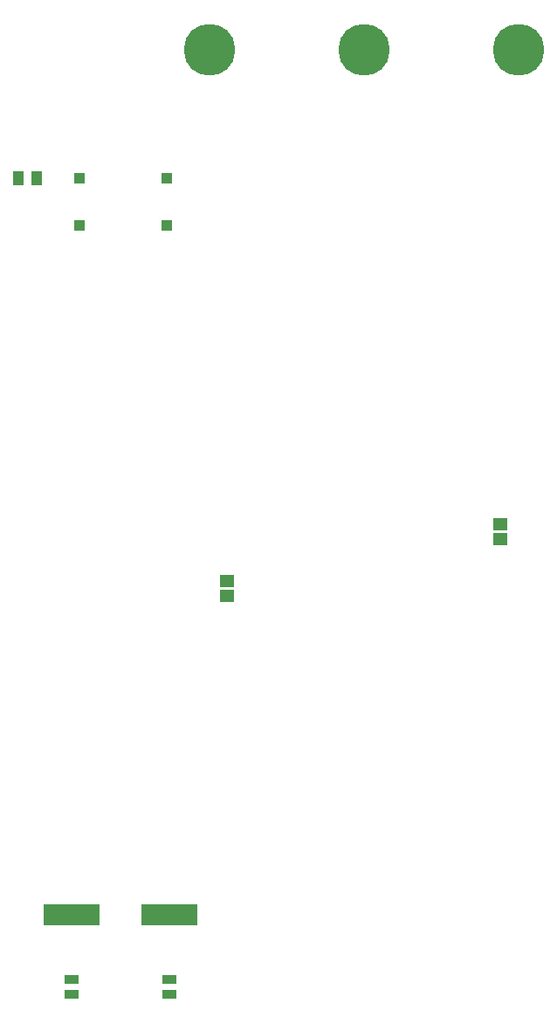
<source format=gtp>
G04*
G04 #@! TF.GenerationSoftware,Altium Limited,Altium Designer,24.1.2 (44)*
G04*
G04 Layer_Color=8421504*
%FSLAX44Y44*%
%MOMM*%
G71*
G04*
G04 #@! TF.SameCoordinates,A8F9B381-EDA8-4368-A6AD-9EAFAD04DD4A*
G04*
G04*
G04 #@! TF.FilePolarity,Positive*
G04*
G01*
G75*
%ADD15C,5.0000*%
%ADD16R,1.3500X1.1500*%
%ADD17R,5.5000X2.0000*%
%ADD18R,1.3500X0.9500*%
%ADD19R,1.0000X1.3500*%
%ADD20R,1.0000X1.0000*%
D15*
X650000Y994250D02*
D03*
X500000D02*
D03*
X350000D02*
D03*
D16*
X367500Y479750D02*
D03*
Y465250D02*
D03*
X632500Y534750D02*
D03*
Y520250D02*
D03*
D17*
X311660Y156210D02*
D03*
X216660D02*
D03*
D18*
X311660Y78860D02*
D03*
Y93860D02*
D03*
X216660Y78860D02*
D03*
Y93860D02*
D03*
D19*
X183000Y869750D02*
D03*
X165000D02*
D03*
D20*
X309000Y824750D02*
D03*
X224000D02*
D03*
X309000Y869750D02*
D03*
X224000D02*
D03*
M02*

</source>
